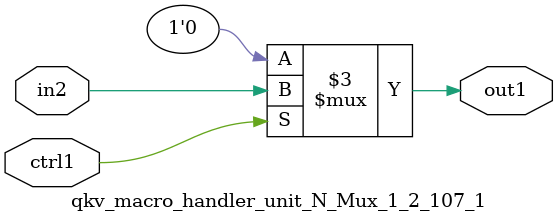
<source format=v>

`timescale 1ps / 1ps


module qkv_macro_handler_unit_N_Mux_1_2_107_1( in2, ctrl1, out1 );

    input in2;
    input ctrl1;
    output out1;
    reg out1;

    
    // rtl_process:qkv_macro_handler_unit_N_Mux_1_2_107_1/qkv_macro_handler_unit_N_Mux_1_2_107_1_thread_1
    always @*
      begin : qkv_macro_handler_unit_N_Mux_1_2_107_1_thread_1
        case (ctrl1) 
          1'b1: 
            begin
              out1 = in2;
            end
          default: 
            begin
              out1 = 1'b0;
            end
        endcase
      end

endmodule



</source>
